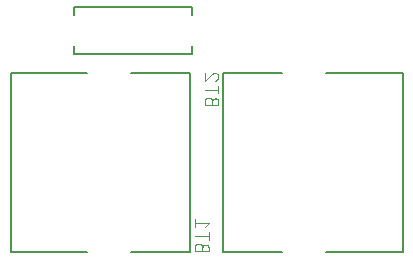
<source format=gbr>
G04 EAGLE Gerber RS-274X export*
G75*
%MOMM*%
%FSLAX34Y34*%
%LPD*%
%INSilkscreen Bottom*%
%IPPOS*%
%AMOC8*
5,1,8,0,0,1.08239X$1,22.5*%
G01*
%ADD10C,0.127000*%
%ADD11C,0.101600*%


D10*
X216520Y51000D02*
X266720Y51000D01*
X266720Y203000D01*
X216520Y203000D01*
X179720Y51000D02*
X114720Y51000D01*
X114720Y203000D01*
X179720Y203000D01*
D11*
X277119Y54754D02*
X277119Y51508D01*
X277120Y54754D02*
X277118Y54867D01*
X277112Y54980D01*
X277102Y55093D01*
X277088Y55206D01*
X277071Y55318D01*
X277049Y55429D01*
X277024Y55539D01*
X276994Y55649D01*
X276961Y55757D01*
X276924Y55864D01*
X276884Y55970D01*
X276839Y56074D01*
X276791Y56177D01*
X276740Y56278D01*
X276685Y56377D01*
X276627Y56474D01*
X276565Y56569D01*
X276500Y56662D01*
X276432Y56752D01*
X276361Y56840D01*
X276286Y56926D01*
X276209Y57009D01*
X276129Y57089D01*
X276046Y57166D01*
X275960Y57241D01*
X275872Y57312D01*
X275782Y57380D01*
X275689Y57445D01*
X275594Y57507D01*
X275497Y57565D01*
X275398Y57620D01*
X275297Y57671D01*
X275194Y57719D01*
X275090Y57764D01*
X274984Y57804D01*
X274877Y57841D01*
X274769Y57874D01*
X274659Y57904D01*
X274549Y57929D01*
X274438Y57951D01*
X274326Y57968D01*
X274213Y57982D01*
X274100Y57992D01*
X273987Y57998D01*
X273874Y58000D01*
X273761Y57998D01*
X273648Y57992D01*
X273535Y57982D01*
X273422Y57968D01*
X273310Y57951D01*
X273199Y57929D01*
X273089Y57904D01*
X272979Y57874D01*
X272871Y57841D01*
X272764Y57804D01*
X272658Y57764D01*
X272554Y57719D01*
X272451Y57671D01*
X272350Y57620D01*
X272251Y57565D01*
X272154Y57507D01*
X272059Y57445D01*
X271966Y57380D01*
X271876Y57312D01*
X271788Y57241D01*
X271702Y57166D01*
X271619Y57089D01*
X271539Y57009D01*
X271462Y56926D01*
X271387Y56840D01*
X271316Y56752D01*
X271248Y56662D01*
X271183Y56569D01*
X271121Y56474D01*
X271063Y56377D01*
X271008Y56278D01*
X270957Y56177D01*
X270909Y56074D01*
X270864Y55970D01*
X270824Y55864D01*
X270787Y55757D01*
X270754Y55649D01*
X270724Y55539D01*
X270699Y55429D01*
X270677Y55318D01*
X270660Y55206D01*
X270646Y55093D01*
X270636Y54980D01*
X270630Y54867D01*
X270628Y54754D01*
X270628Y51508D01*
X282312Y51508D01*
X282312Y54754D01*
X282310Y54855D01*
X282304Y54955D01*
X282294Y55055D01*
X282281Y55155D01*
X282263Y55254D01*
X282242Y55353D01*
X282217Y55450D01*
X282188Y55547D01*
X282155Y55642D01*
X282119Y55736D01*
X282079Y55828D01*
X282036Y55919D01*
X281989Y56008D01*
X281939Y56095D01*
X281885Y56181D01*
X281828Y56264D01*
X281768Y56344D01*
X281705Y56423D01*
X281638Y56499D01*
X281569Y56572D01*
X281497Y56642D01*
X281423Y56710D01*
X281346Y56775D01*
X281266Y56836D01*
X281184Y56895D01*
X281100Y56950D01*
X281014Y57002D01*
X280926Y57051D01*
X280836Y57096D01*
X280744Y57138D01*
X280651Y57176D01*
X280556Y57210D01*
X280461Y57241D01*
X280364Y57268D01*
X280266Y57291D01*
X280167Y57311D01*
X280067Y57326D01*
X279967Y57338D01*
X279867Y57346D01*
X279766Y57350D01*
X279666Y57350D01*
X279565Y57346D01*
X279465Y57338D01*
X279365Y57326D01*
X279265Y57311D01*
X279166Y57291D01*
X279068Y57268D01*
X278971Y57241D01*
X278876Y57210D01*
X278781Y57176D01*
X278688Y57138D01*
X278596Y57096D01*
X278506Y57051D01*
X278418Y57002D01*
X278332Y56950D01*
X278248Y56895D01*
X278166Y56836D01*
X278086Y56775D01*
X278009Y56710D01*
X277935Y56642D01*
X277863Y56572D01*
X277794Y56499D01*
X277727Y56423D01*
X277664Y56344D01*
X277604Y56264D01*
X277547Y56181D01*
X277493Y56095D01*
X277443Y56008D01*
X277396Y55919D01*
X277353Y55828D01*
X277313Y55736D01*
X277277Y55642D01*
X277244Y55547D01*
X277215Y55450D01*
X277190Y55353D01*
X277169Y55254D01*
X277151Y55155D01*
X277138Y55055D01*
X277128Y54955D01*
X277122Y54855D01*
X277120Y54754D01*
X282312Y64871D02*
X270628Y64871D01*
X282312Y61626D02*
X282312Y68117D01*
X279716Y72294D02*
X282312Y75539D01*
X270628Y75539D01*
X270628Y72294D02*
X270628Y78785D01*
D10*
X294620Y203000D02*
X344820Y203000D01*
X294620Y203000D02*
X294620Y51000D01*
X344820Y51000D01*
X381620Y203000D02*
X446620Y203000D01*
X446620Y51000D01*
X381620Y51000D01*
D11*
X285519Y175215D02*
X285519Y178461D01*
X285520Y178461D02*
X285518Y178574D01*
X285512Y178687D01*
X285502Y178800D01*
X285488Y178913D01*
X285471Y179025D01*
X285449Y179136D01*
X285424Y179246D01*
X285394Y179356D01*
X285361Y179464D01*
X285324Y179571D01*
X285284Y179677D01*
X285239Y179781D01*
X285191Y179884D01*
X285140Y179985D01*
X285085Y180084D01*
X285027Y180181D01*
X284965Y180276D01*
X284900Y180369D01*
X284832Y180459D01*
X284761Y180547D01*
X284686Y180633D01*
X284609Y180716D01*
X284529Y180796D01*
X284446Y180873D01*
X284360Y180948D01*
X284272Y181019D01*
X284182Y181087D01*
X284089Y181152D01*
X283994Y181214D01*
X283897Y181272D01*
X283798Y181327D01*
X283697Y181378D01*
X283594Y181426D01*
X283490Y181471D01*
X283384Y181511D01*
X283277Y181548D01*
X283169Y181581D01*
X283059Y181611D01*
X282949Y181636D01*
X282838Y181658D01*
X282726Y181675D01*
X282613Y181689D01*
X282500Y181699D01*
X282387Y181705D01*
X282274Y181707D01*
X282161Y181705D01*
X282048Y181699D01*
X281935Y181689D01*
X281822Y181675D01*
X281710Y181658D01*
X281599Y181636D01*
X281489Y181611D01*
X281379Y181581D01*
X281271Y181548D01*
X281164Y181511D01*
X281058Y181471D01*
X280954Y181426D01*
X280851Y181378D01*
X280750Y181327D01*
X280651Y181272D01*
X280554Y181214D01*
X280459Y181152D01*
X280366Y181087D01*
X280276Y181019D01*
X280188Y180948D01*
X280102Y180873D01*
X280019Y180796D01*
X279939Y180716D01*
X279862Y180633D01*
X279787Y180547D01*
X279716Y180459D01*
X279648Y180369D01*
X279583Y180276D01*
X279521Y180181D01*
X279463Y180084D01*
X279408Y179985D01*
X279357Y179884D01*
X279309Y179781D01*
X279264Y179677D01*
X279224Y179571D01*
X279187Y179464D01*
X279154Y179356D01*
X279124Y179246D01*
X279099Y179136D01*
X279077Y179025D01*
X279060Y178913D01*
X279046Y178800D01*
X279036Y178687D01*
X279030Y178574D01*
X279028Y178461D01*
X279028Y175215D01*
X290712Y175215D01*
X290712Y178461D01*
X290710Y178562D01*
X290704Y178662D01*
X290694Y178762D01*
X290681Y178862D01*
X290663Y178961D01*
X290642Y179060D01*
X290617Y179157D01*
X290588Y179254D01*
X290555Y179349D01*
X290519Y179443D01*
X290479Y179535D01*
X290436Y179626D01*
X290389Y179715D01*
X290339Y179802D01*
X290285Y179888D01*
X290228Y179971D01*
X290168Y180051D01*
X290105Y180130D01*
X290038Y180206D01*
X289969Y180279D01*
X289897Y180349D01*
X289823Y180417D01*
X289746Y180482D01*
X289666Y180543D01*
X289584Y180602D01*
X289500Y180657D01*
X289414Y180709D01*
X289326Y180758D01*
X289236Y180803D01*
X289144Y180845D01*
X289051Y180883D01*
X288956Y180917D01*
X288861Y180948D01*
X288764Y180975D01*
X288666Y180998D01*
X288567Y181018D01*
X288467Y181033D01*
X288367Y181045D01*
X288267Y181053D01*
X288166Y181057D01*
X288066Y181057D01*
X287965Y181053D01*
X287865Y181045D01*
X287765Y181033D01*
X287665Y181018D01*
X287566Y180998D01*
X287468Y180975D01*
X287371Y180948D01*
X287276Y180917D01*
X287181Y180883D01*
X287088Y180845D01*
X286996Y180803D01*
X286906Y180758D01*
X286818Y180709D01*
X286732Y180657D01*
X286648Y180602D01*
X286566Y180543D01*
X286486Y180482D01*
X286409Y180417D01*
X286335Y180349D01*
X286263Y180279D01*
X286194Y180206D01*
X286127Y180130D01*
X286064Y180051D01*
X286004Y179971D01*
X285947Y179888D01*
X285893Y179802D01*
X285843Y179715D01*
X285796Y179626D01*
X285753Y179535D01*
X285713Y179443D01*
X285677Y179349D01*
X285644Y179254D01*
X285615Y179157D01*
X285590Y179060D01*
X285569Y178961D01*
X285551Y178862D01*
X285538Y178762D01*
X285528Y178662D01*
X285522Y178562D01*
X285520Y178461D01*
X290712Y188578D02*
X279028Y188578D01*
X290712Y185333D02*
X290712Y191824D01*
X290712Y199571D02*
X290710Y199678D01*
X290704Y199784D01*
X290694Y199890D01*
X290681Y199996D01*
X290663Y200102D01*
X290642Y200206D01*
X290617Y200310D01*
X290588Y200413D01*
X290556Y200514D01*
X290519Y200614D01*
X290479Y200713D01*
X290436Y200811D01*
X290389Y200907D01*
X290338Y201001D01*
X290284Y201093D01*
X290227Y201183D01*
X290167Y201271D01*
X290103Y201356D01*
X290036Y201439D01*
X289966Y201520D01*
X289894Y201598D01*
X289818Y201674D01*
X289740Y201746D01*
X289659Y201816D01*
X289576Y201883D01*
X289491Y201947D01*
X289403Y202007D01*
X289313Y202064D01*
X289221Y202118D01*
X289127Y202169D01*
X289031Y202216D01*
X288933Y202259D01*
X288834Y202299D01*
X288734Y202336D01*
X288633Y202368D01*
X288530Y202397D01*
X288426Y202422D01*
X288322Y202443D01*
X288216Y202461D01*
X288110Y202474D01*
X288004Y202484D01*
X287898Y202490D01*
X287791Y202492D01*
X290712Y199571D02*
X290710Y199450D01*
X290704Y199329D01*
X290694Y199209D01*
X290681Y199088D01*
X290663Y198969D01*
X290642Y198849D01*
X290617Y198731D01*
X290588Y198614D01*
X290555Y198497D01*
X290519Y198382D01*
X290478Y198268D01*
X290435Y198155D01*
X290387Y198043D01*
X290336Y197934D01*
X290281Y197826D01*
X290223Y197719D01*
X290162Y197615D01*
X290097Y197513D01*
X290029Y197413D01*
X289958Y197315D01*
X289884Y197219D01*
X289807Y197126D01*
X289726Y197036D01*
X289643Y196948D01*
X289557Y196863D01*
X289468Y196780D01*
X289377Y196701D01*
X289283Y196624D01*
X289187Y196551D01*
X289089Y196481D01*
X288988Y196414D01*
X288885Y196350D01*
X288780Y196290D01*
X288673Y196233D01*
X288565Y196179D01*
X288455Y196129D01*
X288343Y196083D01*
X288230Y196040D01*
X288115Y196001D01*
X285519Y201519D02*
X285596Y201598D01*
X285677Y201674D01*
X285760Y201747D01*
X285845Y201817D01*
X285933Y201884D01*
X286023Y201948D01*
X286115Y202008D01*
X286210Y202065D01*
X286306Y202119D01*
X286404Y202170D01*
X286504Y202217D01*
X286606Y202261D01*
X286709Y202301D01*
X286813Y202337D01*
X286919Y202369D01*
X287025Y202398D01*
X287133Y202423D01*
X287241Y202445D01*
X287351Y202462D01*
X287460Y202476D01*
X287570Y202485D01*
X287681Y202491D01*
X287791Y202493D01*
X285519Y201518D02*
X279028Y196001D01*
X279028Y202492D01*
D10*
X268440Y218760D02*
X168440Y218760D01*
X238440Y258760D02*
X268440Y258760D01*
X238440Y258760D02*
X218440Y258760D01*
X198440Y258760D01*
X168440Y258760D01*
X168440Y225760D02*
X168440Y218760D01*
X168440Y251760D02*
X168440Y258760D01*
X268440Y225760D02*
X268440Y218760D01*
X268440Y251760D02*
X268440Y258760D01*
M02*

</source>
